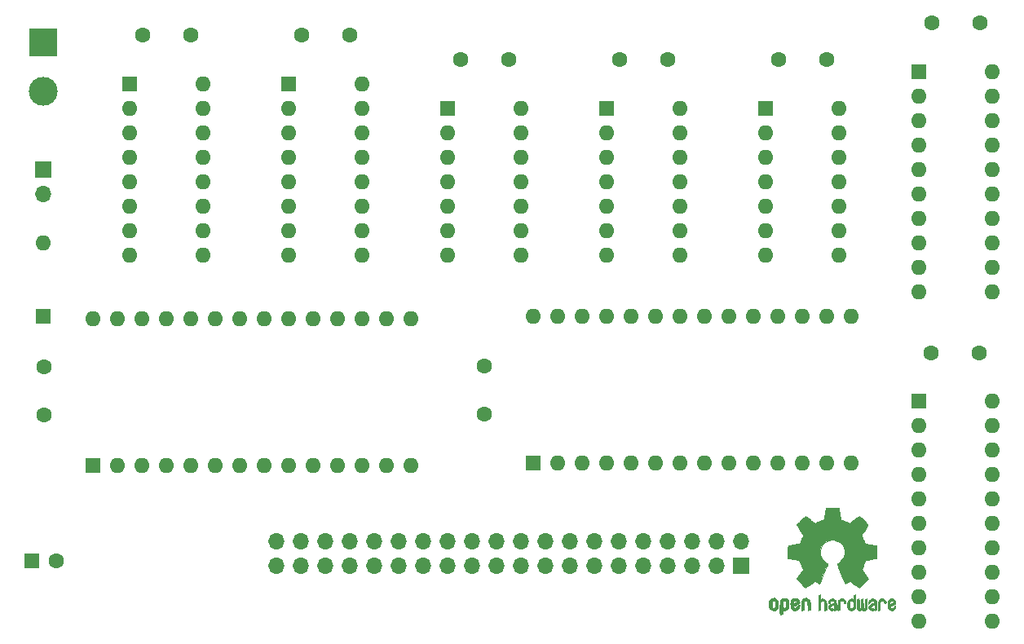
<source format=gbr>
%TF.GenerationSoftware,KiCad,Pcbnew,8.0.2*%
%TF.CreationDate,2024-05-20T09:09:19+02:00*%
%TF.ProjectId,p2000t-ram-expansion-board,70323030-3074-42d7-9261-6d2d65787061,4*%
%TF.SameCoordinates,Original*%
%TF.FileFunction,Soldermask,Top*%
%TF.FilePolarity,Negative*%
%FSLAX46Y46*%
G04 Gerber Fmt 4.6, Leading zero omitted, Abs format (unit mm)*
G04 Created by KiCad (PCBNEW 8.0.2) date 2024-05-20 09:09:19*
%MOMM*%
%LPD*%
G01*
G04 APERTURE LIST*
%ADD10C,0.010000*%
%ADD11C,1.600000*%
%ADD12R,1.600000X1.600000*%
%ADD13O,1.600000X1.600000*%
%ADD14R,1.700000X1.700000*%
%ADD15O,1.700000X1.700000*%
%ADD16C,3.000000*%
%ADD17R,3.000000X3.000000*%
G04 APERTURE END LIST*
D10*
%TO.C,LOGO1*%
X113835690Y-83940018D02*
X113870585Y-83955269D01*
X113953877Y-84021235D01*
X114025103Y-84116618D01*
X114069153Y-84218406D01*
X114076322Y-84268587D01*
X114052285Y-84338647D01*
X113999561Y-84375717D01*
X113943031Y-84398164D01*
X113917146Y-84402300D01*
X113904542Y-84372283D01*
X113879654Y-84306961D01*
X113868735Y-84277445D01*
X113807508Y-84175348D01*
X113718861Y-84124423D01*
X113605193Y-84125989D01*
X113596774Y-84127994D01*
X113536088Y-84156767D01*
X113491474Y-84212859D01*
X113461002Y-84303163D01*
X113442744Y-84434571D01*
X113434771Y-84613974D01*
X113434023Y-84709433D01*
X113433652Y-84859913D01*
X113431223Y-84962495D01*
X113424760Y-85027672D01*
X113412288Y-85065938D01*
X113391833Y-85087785D01*
X113361419Y-85103707D01*
X113359661Y-85104509D01*
X113301091Y-85129272D01*
X113272075Y-85138391D01*
X113267616Y-85110822D01*
X113263799Y-85034620D01*
X113260899Y-84919541D01*
X113259191Y-84775341D01*
X113258851Y-84669814D01*
X113260588Y-84465613D01*
X113267382Y-84310697D01*
X113281607Y-84196024D01*
X113305638Y-84112551D01*
X113341848Y-84051236D01*
X113392612Y-84003034D01*
X113442739Y-83969393D01*
X113563275Y-83924619D01*
X113703557Y-83914521D01*
X113835690Y-83940018D01*
G36*
X113835690Y-83940018D02*
G01*
X113870585Y-83955269D01*
X113953877Y-84021235D01*
X114025103Y-84116618D01*
X114069153Y-84218406D01*
X114076322Y-84268587D01*
X114052285Y-84338647D01*
X113999561Y-84375717D01*
X113943031Y-84398164D01*
X113917146Y-84402300D01*
X113904542Y-84372283D01*
X113879654Y-84306961D01*
X113868735Y-84277445D01*
X113807508Y-84175348D01*
X113718861Y-84124423D01*
X113605193Y-84125989D01*
X113596774Y-84127994D01*
X113536088Y-84156767D01*
X113491474Y-84212859D01*
X113461002Y-84303163D01*
X113442744Y-84434571D01*
X113434771Y-84613974D01*
X113434023Y-84709433D01*
X113433652Y-84859913D01*
X113431223Y-84962495D01*
X113424760Y-85027672D01*
X113412288Y-85065938D01*
X113391833Y-85087785D01*
X113361419Y-85103707D01*
X113359661Y-85104509D01*
X113301091Y-85129272D01*
X113272075Y-85138391D01*
X113267616Y-85110822D01*
X113263799Y-85034620D01*
X113260899Y-84919541D01*
X113259191Y-84775341D01*
X113258851Y-84669814D01*
X113260588Y-84465613D01*
X113267382Y-84310697D01*
X113281607Y-84196024D01*
X113305638Y-84112551D01*
X113341848Y-84051236D01*
X113392612Y-84003034D01*
X113442739Y-83969393D01*
X113563275Y-83924619D01*
X113703557Y-83914521D01*
X113835690Y-83940018D01*
G37*
X105917429Y-83877719D02*
X106011123Y-83931914D01*
X106076264Y-83985707D01*
X106123907Y-84042066D01*
X106156728Y-84110987D01*
X106177406Y-84202468D01*
X106188620Y-84326506D01*
X106193049Y-84493098D01*
X106193563Y-84612851D01*
X106193563Y-85053659D01*
X106069483Y-85109283D01*
X105945402Y-85164907D01*
X105930805Y-84682095D01*
X105924773Y-84501779D01*
X105918445Y-84370901D01*
X105910606Y-84280511D01*
X105900037Y-84221664D01*
X105885523Y-84185413D01*
X105865848Y-84162810D01*
X105859535Y-84157917D01*
X105763888Y-84119706D01*
X105667207Y-84134827D01*
X105609655Y-84174943D01*
X105586245Y-84203370D01*
X105570039Y-84240672D01*
X105559741Y-84297223D01*
X105554049Y-84383394D01*
X105551664Y-84509558D01*
X105551264Y-84641042D01*
X105551186Y-84805999D01*
X105548361Y-84922761D01*
X105538907Y-85001510D01*
X105518940Y-85052431D01*
X105484576Y-85085706D01*
X105431932Y-85111520D01*
X105361617Y-85138344D01*
X105284820Y-85167542D01*
X105293962Y-84649346D01*
X105297643Y-84462539D01*
X105301950Y-84324490D01*
X105308123Y-84225568D01*
X105317402Y-84156145D01*
X105331027Y-84106590D01*
X105350239Y-84067273D01*
X105373402Y-84032584D01*
X105485152Y-83921770D01*
X105621513Y-83857689D01*
X105769825Y-83842339D01*
X105917429Y-83877719D01*
G36*
X105917429Y-83877719D02*
G01*
X106011123Y-83931914D01*
X106076264Y-83985707D01*
X106123907Y-84042066D01*
X106156728Y-84110987D01*
X106177406Y-84202468D01*
X106188620Y-84326506D01*
X106193049Y-84493098D01*
X106193563Y-84612851D01*
X106193563Y-85053659D01*
X106069483Y-85109283D01*
X105945402Y-85164907D01*
X105930805Y-84682095D01*
X105924773Y-84501779D01*
X105918445Y-84370901D01*
X105910606Y-84280511D01*
X105900037Y-84221664D01*
X105885523Y-84185413D01*
X105865848Y-84162810D01*
X105859535Y-84157917D01*
X105763888Y-84119706D01*
X105667207Y-84134827D01*
X105609655Y-84174943D01*
X105586245Y-84203370D01*
X105570039Y-84240672D01*
X105559741Y-84297223D01*
X105554049Y-84383394D01*
X105551664Y-84509558D01*
X105551264Y-84641042D01*
X105551186Y-84805999D01*
X105548361Y-84922761D01*
X105538907Y-85001510D01*
X105518940Y-85052431D01*
X105484576Y-85085706D01*
X105431932Y-85111520D01*
X105361617Y-85138344D01*
X105284820Y-85167542D01*
X105293962Y-84649346D01*
X105297643Y-84462539D01*
X105301950Y-84324490D01*
X105308123Y-84225568D01*
X105317402Y-84156145D01*
X105331027Y-84106590D01*
X105350239Y-84067273D01*
X105373402Y-84032584D01*
X105485152Y-83921770D01*
X105621513Y-83857689D01*
X105769825Y-83842339D01*
X105917429Y-83877719D01*
G37*
X109565943Y-83921920D02*
X109698565Y-83970859D01*
X109806010Y-84057419D01*
X109848032Y-84118352D01*
X109893843Y-84230161D01*
X109892891Y-84311006D01*
X109844808Y-84365378D01*
X109827017Y-84374624D01*
X109750204Y-84403450D01*
X109710976Y-84396065D01*
X109697689Y-84347658D01*
X109697012Y-84320920D01*
X109672686Y-84222548D01*
X109609281Y-84153734D01*
X109521154Y-84120498D01*
X109422663Y-84128861D01*
X109342602Y-84172296D01*
X109315561Y-84197072D01*
X109296394Y-84227129D01*
X109283446Y-84272565D01*
X109275064Y-84343476D01*
X109269593Y-84449960D01*
X109265378Y-84602112D01*
X109264287Y-84650287D01*
X109260307Y-84815095D01*
X109255781Y-84931088D01*
X109248995Y-85007833D01*
X109238231Y-85054893D01*
X109221773Y-85081835D01*
X109197906Y-85098223D01*
X109182626Y-85105463D01*
X109117733Y-85130220D01*
X109079534Y-85138391D01*
X109066912Y-85111103D01*
X109059208Y-85028603D01*
X109056380Y-84889941D01*
X109058386Y-84694162D01*
X109059011Y-84663965D01*
X109063421Y-84485349D01*
X109068635Y-84354923D01*
X109076055Y-84262492D01*
X109087082Y-84197858D01*
X109103117Y-84150825D01*
X109125561Y-84111196D01*
X109137302Y-84094215D01*
X109204619Y-84019080D01*
X109279910Y-83960638D01*
X109289128Y-83955536D01*
X109424133Y-83915260D01*
X109565943Y-83921920D01*
G36*
X109565943Y-83921920D02*
G01*
X109698565Y-83970859D01*
X109806010Y-84057419D01*
X109848032Y-84118352D01*
X109893843Y-84230161D01*
X109892891Y-84311006D01*
X109844808Y-84365378D01*
X109827017Y-84374624D01*
X109750204Y-84403450D01*
X109710976Y-84396065D01*
X109697689Y-84347658D01*
X109697012Y-84320920D01*
X109672686Y-84222548D01*
X109609281Y-84153734D01*
X109521154Y-84120498D01*
X109422663Y-84128861D01*
X109342602Y-84172296D01*
X109315561Y-84197072D01*
X109296394Y-84227129D01*
X109283446Y-84272565D01*
X109275064Y-84343476D01*
X109269593Y-84449960D01*
X109265378Y-84602112D01*
X109264287Y-84650287D01*
X109260307Y-84815095D01*
X109255781Y-84931088D01*
X109248995Y-85007833D01*
X109238231Y-85054893D01*
X109221773Y-85081835D01*
X109197906Y-85098223D01*
X109182626Y-85105463D01*
X109117733Y-85130220D01*
X109079534Y-85138391D01*
X109066912Y-85111103D01*
X109059208Y-85028603D01*
X109056380Y-84889941D01*
X109058386Y-84694162D01*
X109059011Y-84663965D01*
X109063421Y-84485349D01*
X109068635Y-84354923D01*
X109076055Y-84262492D01*
X109087082Y-84197858D01*
X109103117Y-84150825D01*
X109125561Y-84111196D01*
X109137302Y-84094215D01*
X109204619Y-84019080D01*
X109279910Y-83960638D01*
X109289128Y-83955536D01*
X109424133Y-83915260D01*
X109565943Y-83921920D01*
G37*
X112080124Y-83939840D02*
X112084579Y-84016653D01*
X112088071Y-84133391D01*
X112090315Y-84280821D01*
X112091035Y-84435455D01*
X112091035Y-84958727D01*
X111998645Y-85051117D01*
X111934978Y-85108047D01*
X111879089Y-85131107D01*
X111802702Y-85129647D01*
X111772380Y-85125934D01*
X111677610Y-85115126D01*
X111599222Y-85108933D01*
X111580115Y-85108361D01*
X111515699Y-85112102D01*
X111423571Y-85121494D01*
X111387850Y-85125934D01*
X111300114Y-85132801D01*
X111241153Y-85117885D01*
X111182690Y-85071835D01*
X111161585Y-85051117D01*
X111069195Y-84958727D01*
X111069195Y-83979947D01*
X111143558Y-83946066D01*
X111207590Y-83920970D01*
X111245052Y-83912184D01*
X111254657Y-83939950D01*
X111263635Y-84017530D01*
X111271386Y-84136348D01*
X111277314Y-84287828D01*
X111280173Y-84415805D01*
X111288161Y-84919425D01*
X111357848Y-84929278D01*
X111421229Y-84922389D01*
X111452286Y-84900083D01*
X111460967Y-84858379D01*
X111468378Y-84769544D01*
X111473931Y-84644834D01*
X111477036Y-84495507D01*
X111477484Y-84418661D01*
X111477931Y-83976287D01*
X111569874Y-83944235D01*
X111634949Y-83922443D01*
X111670347Y-83912281D01*
X111671368Y-83912184D01*
X111674920Y-83939809D01*
X111678823Y-84016411D01*
X111682751Y-84132579D01*
X111686376Y-84278904D01*
X111688908Y-84415805D01*
X111696897Y-84919425D01*
X111872069Y-84919425D01*
X111880107Y-84459965D01*
X111888146Y-84000505D01*
X111973543Y-83956344D01*
X112036593Y-83926019D01*
X112073910Y-83912258D01*
X112074987Y-83912184D01*
X112080124Y-83939840D01*
G36*
X112080124Y-83939840D02*
G01*
X112084579Y-84016653D01*
X112088071Y-84133391D01*
X112090315Y-84280821D01*
X112091035Y-84435455D01*
X112091035Y-84958727D01*
X111998645Y-85051117D01*
X111934978Y-85108047D01*
X111879089Y-85131107D01*
X111802702Y-85129647D01*
X111772380Y-85125934D01*
X111677610Y-85115126D01*
X111599222Y-85108933D01*
X111580115Y-85108361D01*
X111515699Y-85112102D01*
X111423571Y-85121494D01*
X111387850Y-85125934D01*
X111300114Y-85132801D01*
X111241153Y-85117885D01*
X111182690Y-85071835D01*
X111161585Y-85051117D01*
X111069195Y-84958727D01*
X111069195Y-83979947D01*
X111143558Y-83946066D01*
X111207590Y-83920970D01*
X111245052Y-83912184D01*
X111254657Y-83939950D01*
X111263635Y-84017530D01*
X111271386Y-84136348D01*
X111277314Y-84287828D01*
X111280173Y-84415805D01*
X111288161Y-84919425D01*
X111357848Y-84929278D01*
X111421229Y-84922389D01*
X111452286Y-84900083D01*
X111460967Y-84858379D01*
X111468378Y-84769544D01*
X111473931Y-84644834D01*
X111477036Y-84495507D01*
X111477484Y-84418661D01*
X111477931Y-83976287D01*
X111569874Y-83944235D01*
X111634949Y-83922443D01*
X111670347Y-83912281D01*
X111671368Y-83912184D01*
X111674920Y-83939809D01*
X111678823Y-84016411D01*
X111682751Y-84132579D01*
X111686376Y-84278904D01*
X111688908Y-84415805D01*
X111696897Y-84919425D01*
X111872069Y-84919425D01*
X111880107Y-84459965D01*
X111888146Y-84000505D01*
X111973543Y-83956344D01*
X112036593Y-83926019D01*
X112073910Y-83912258D01*
X112074987Y-83912184D01*
X112080124Y-83939840D01*
G37*
X107244598Y-83723857D02*
X107253154Y-83843188D01*
X107262981Y-83913506D01*
X107276599Y-83944179D01*
X107296527Y-83944571D01*
X107302989Y-83940910D01*
X107388940Y-83914398D01*
X107500745Y-83915946D01*
X107614414Y-83943199D01*
X107685510Y-83978455D01*
X107758405Y-84034778D01*
X107811693Y-84098519D01*
X107848275Y-84179510D01*
X107871050Y-84287586D01*
X107882919Y-84432580D01*
X107886782Y-84624326D01*
X107886851Y-84661109D01*
X107886897Y-85074288D01*
X107794954Y-85106339D01*
X107729652Y-85128144D01*
X107693824Y-85138297D01*
X107692770Y-85138391D01*
X107689242Y-85110860D01*
X107686239Y-85034923D01*
X107683990Y-84920565D01*
X107682724Y-84777769D01*
X107682529Y-84690951D01*
X107682123Y-84519773D01*
X107680032Y-84397088D01*
X107674947Y-84313000D01*
X107665560Y-84257614D01*
X107650561Y-84221032D01*
X107628642Y-84193359D01*
X107614957Y-84180032D01*
X107520949Y-84126328D01*
X107418364Y-84122307D01*
X107325290Y-84167725D01*
X107308078Y-84184123D01*
X107282832Y-84214957D01*
X107265320Y-84251531D01*
X107254142Y-84304415D01*
X107247896Y-84384177D01*
X107245182Y-84501385D01*
X107244598Y-84662991D01*
X107244598Y-85074288D01*
X107152655Y-85106339D01*
X107087353Y-85128144D01*
X107051525Y-85138297D01*
X107050471Y-85138391D01*
X107047775Y-85110448D01*
X107045345Y-85031630D01*
X107043278Y-84909453D01*
X107041671Y-84751432D01*
X107040623Y-84565083D01*
X107040231Y-84357920D01*
X107040230Y-84348706D01*
X107040230Y-83559020D01*
X107135115Y-83518997D01*
X107230000Y-83478973D01*
X107244598Y-83723857D01*
G36*
X107244598Y-83723857D02*
G01*
X107253154Y-83843188D01*
X107262981Y-83913506D01*
X107276599Y-83944179D01*
X107296527Y-83944571D01*
X107302989Y-83940910D01*
X107388940Y-83914398D01*
X107500745Y-83915946D01*
X107614414Y-83943199D01*
X107685510Y-83978455D01*
X107758405Y-84034778D01*
X107811693Y-84098519D01*
X107848275Y-84179510D01*
X107871050Y-84287586D01*
X107882919Y-84432580D01*
X107886782Y-84624326D01*
X107886851Y-84661109D01*
X107886897Y-85074288D01*
X107794954Y-85106339D01*
X107729652Y-85128144D01*
X107693824Y-85138297D01*
X107692770Y-85138391D01*
X107689242Y-85110860D01*
X107686239Y-85034923D01*
X107683990Y-84920565D01*
X107682724Y-84777769D01*
X107682529Y-84690951D01*
X107682123Y-84519773D01*
X107680032Y-84397088D01*
X107674947Y-84313000D01*
X107665560Y-84257614D01*
X107650561Y-84221032D01*
X107628642Y-84193359D01*
X107614957Y-84180032D01*
X107520949Y-84126328D01*
X107418364Y-84122307D01*
X107325290Y-84167725D01*
X107308078Y-84184123D01*
X107282832Y-84214957D01*
X107265320Y-84251531D01*
X107254142Y-84304415D01*
X107247896Y-84384177D01*
X107245182Y-84501385D01*
X107244598Y-84662991D01*
X107244598Y-85074288D01*
X107152655Y-85106339D01*
X107087353Y-85128144D01*
X107051525Y-85138297D01*
X107050471Y-85138391D01*
X107047775Y-85110448D01*
X107045345Y-85031630D01*
X107043278Y-84909453D01*
X107041671Y-84751432D01*
X107040623Y-84565083D01*
X107040231Y-84357920D01*
X107040230Y-84348706D01*
X107040230Y-83559020D01*
X107135115Y-83518997D01*
X107230000Y-83478973D01*
X107244598Y-83723857D01*
G37*
X102548221Y-83866015D02*
X102685061Y-83937968D01*
X102786051Y-84053766D01*
X102821925Y-84128213D01*
X102849839Y-84239992D01*
X102864129Y-84381227D01*
X102865484Y-84535371D01*
X102854595Y-84685879D01*
X102832153Y-84816205D01*
X102798850Y-84909803D01*
X102788615Y-84925922D01*
X102667382Y-85046249D01*
X102523387Y-85118317D01*
X102367139Y-85139408D01*
X102209148Y-85106802D01*
X102165180Y-85087253D01*
X102079556Y-85027012D01*
X102004408Y-84947135D01*
X101997306Y-84937004D01*
X101968439Y-84888181D01*
X101949357Y-84835990D01*
X101938084Y-84767285D01*
X101932645Y-84668918D01*
X101931062Y-84527744D01*
X101931035Y-84496092D01*
X101931107Y-84486019D01*
X102222989Y-84486019D01*
X102224687Y-84619256D01*
X102231372Y-84707674D01*
X102245425Y-84764785D01*
X102269229Y-84804102D01*
X102281379Y-84817241D01*
X102351236Y-84867172D01*
X102419059Y-84864895D01*
X102487635Y-84821584D01*
X102528535Y-84775346D01*
X102552758Y-84707857D01*
X102566361Y-84601433D01*
X102567294Y-84589020D01*
X102569616Y-84396147D01*
X102545350Y-84252900D01*
X102494824Y-84160160D01*
X102418368Y-84118807D01*
X102391076Y-84116552D01*
X102319411Y-84127893D01*
X102270390Y-84167184D01*
X102240418Y-84242326D01*
X102225899Y-84361222D01*
X102222989Y-84486019D01*
X101931107Y-84486019D01*
X101932122Y-84345659D01*
X101936688Y-84240549D01*
X101946688Y-84167714D01*
X101964079Y-84114108D01*
X101990816Y-84066681D01*
X101996724Y-84057864D01*
X102096032Y-83939007D01*
X102204242Y-83870008D01*
X102335981Y-83842619D01*
X102380717Y-83841281D01*
X102548221Y-83866015D01*
G36*
X102548221Y-83866015D02*
G01*
X102685061Y-83937968D01*
X102786051Y-84053766D01*
X102821925Y-84128213D01*
X102849839Y-84239992D01*
X102864129Y-84381227D01*
X102865484Y-84535371D01*
X102854595Y-84685879D01*
X102832153Y-84816205D01*
X102798850Y-84909803D01*
X102788615Y-84925922D01*
X102667382Y-85046249D01*
X102523387Y-85118317D01*
X102367139Y-85139408D01*
X102209148Y-85106802D01*
X102165180Y-85087253D01*
X102079556Y-85027012D01*
X102004408Y-84947135D01*
X101997306Y-84937004D01*
X101968439Y-84888181D01*
X101949357Y-84835990D01*
X101938084Y-84767285D01*
X101932645Y-84668918D01*
X101931062Y-84527744D01*
X101931035Y-84496092D01*
X101931107Y-84486019D01*
X102222989Y-84486019D01*
X102224687Y-84619256D01*
X102231372Y-84707674D01*
X102245425Y-84764785D01*
X102269229Y-84804102D01*
X102281379Y-84817241D01*
X102351236Y-84867172D01*
X102419059Y-84864895D01*
X102487635Y-84821584D01*
X102528535Y-84775346D01*
X102552758Y-84707857D01*
X102566361Y-84601433D01*
X102567294Y-84589020D01*
X102569616Y-84396147D01*
X102545350Y-84252900D01*
X102494824Y-84160160D01*
X102418368Y-84118807D01*
X102391076Y-84116552D01*
X102319411Y-84127893D01*
X102270390Y-84167184D01*
X102240418Y-84242326D01*
X102225899Y-84361222D01*
X102222989Y-84486019D01*
X101931107Y-84486019D01*
X101932122Y-84345659D01*
X101936688Y-84240549D01*
X101946688Y-84167714D01*
X101964079Y-84114108D01*
X101990816Y-84066681D01*
X101996724Y-84057864D01*
X102096032Y-83939007D01*
X102204242Y-83870008D01*
X102335981Y-83842619D01*
X102380717Y-83841281D01*
X102548221Y-83866015D01*
G37*
X114843439Y-83956540D02*
X114958950Y-84032034D01*
X115014664Y-84099617D01*
X115058804Y-84222255D01*
X115062309Y-84319298D01*
X115054368Y-84449056D01*
X114755115Y-84580039D01*
X114609611Y-84646958D01*
X114514537Y-84700790D01*
X114465101Y-84747416D01*
X114456511Y-84792720D01*
X114483972Y-84842582D01*
X114514253Y-84875632D01*
X114602363Y-84928633D01*
X114698196Y-84932347D01*
X114786212Y-84891041D01*
X114850869Y-84808983D01*
X114862433Y-84780008D01*
X114917825Y-84689509D01*
X114981553Y-84650940D01*
X115068966Y-84617946D01*
X115068966Y-84743034D01*
X115061238Y-84828156D01*
X115030966Y-84899938D01*
X114967518Y-84982356D01*
X114958088Y-84993066D01*
X114887513Y-85066391D01*
X114826847Y-85105742D01*
X114750950Y-85123845D01*
X114688030Y-85129774D01*
X114575487Y-85131251D01*
X114495370Y-85112535D01*
X114445390Y-85084747D01*
X114366838Y-85023641D01*
X114312463Y-84957554D01*
X114278052Y-84874441D01*
X114259388Y-84762254D01*
X114252256Y-84608946D01*
X114251687Y-84531136D01*
X114253622Y-84437853D01*
X114429899Y-84437853D01*
X114431944Y-84487896D01*
X114437039Y-84496092D01*
X114470666Y-84484958D01*
X114543030Y-84455493D01*
X114639747Y-84413601D01*
X114659973Y-84404597D01*
X114782203Y-84342442D01*
X114849547Y-84287815D01*
X114864348Y-84236649D01*
X114828947Y-84184876D01*
X114799711Y-84162000D01*
X114694216Y-84116250D01*
X114595476Y-84123808D01*
X114512812Y-84179651D01*
X114455548Y-84278753D01*
X114437188Y-84357414D01*
X114429899Y-84437853D01*
X114253622Y-84437853D01*
X114255459Y-84349351D01*
X114269359Y-84214853D01*
X114296894Y-84116916D01*
X114341572Y-84044811D01*
X114406901Y-83987813D01*
X114435383Y-83969393D01*
X114564763Y-83921422D01*
X114706412Y-83918403D01*
X114843439Y-83956540D01*
G36*
X114843439Y-83956540D02*
G01*
X114958950Y-84032034D01*
X115014664Y-84099617D01*
X115058804Y-84222255D01*
X115062309Y-84319298D01*
X115054368Y-84449056D01*
X114755115Y-84580039D01*
X114609611Y-84646958D01*
X114514537Y-84700790D01*
X114465101Y-84747416D01*
X114456511Y-84792720D01*
X114483972Y-84842582D01*
X114514253Y-84875632D01*
X114602363Y-84928633D01*
X114698196Y-84932347D01*
X114786212Y-84891041D01*
X114850869Y-84808983D01*
X114862433Y-84780008D01*
X114917825Y-84689509D01*
X114981553Y-84650940D01*
X115068966Y-84617946D01*
X115068966Y-84743034D01*
X115061238Y-84828156D01*
X115030966Y-84899938D01*
X114967518Y-84982356D01*
X114958088Y-84993066D01*
X114887513Y-85066391D01*
X114826847Y-85105742D01*
X114750950Y-85123845D01*
X114688030Y-85129774D01*
X114575487Y-85131251D01*
X114495370Y-85112535D01*
X114445390Y-85084747D01*
X114366838Y-85023641D01*
X114312463Y-84957554D01*
X114278052Y-84874441D01*
X114259388Y-84762254D01*
X114252256Y-84608946D01*
X114251687Y-84531136D01*
X114253622Y-84437853D01*
X114429899Y-84437853D01*
X114431944Y-84487896D01*
X114437039Y-84496092D01*
X114470666Y-84484958D01*
X114543030Y-84455493D01*
X114639747Y-84413601D01*
X114659973Y-84404597D01*
X114782203Y-84342442D01*
X114849547Y-84287815D01*
X114864348Y-84236649D01*
X114828947Y-84184876D01*
X114799711Y-84162000D01*
X114694216Y-84116250D01*
X114595476Y-84123808D01*
X114512812Y-84179651D01*
X114455548Y-84278753D01*
X114437188Y-84357414D01*
X114429899Y-84437853D01*
X114253622Y-84437853D01*
X114255459Y-84349351D01*
X114269359Y-84214853D01*
X114296894Y-84116916D01*
X114341572Y-84044811D01*
X114406901Y-83987813D01*
X114435383Y-83969393D01*
X114564763Y-83921422D01*
X114706412Y-83918403D01*
X114843439Y-83956540D01*
G37*
X110893914Y-84154455D02*
X110893543Y-84372661D01*
X110892108Y-84540519D01*
X110889002Y-84666070D01*
X110883622Y-84757355D01*
X110875362Y-84822415D01*
X110863616Y-84869291D01*
X110847781Y-84906024D01*
X110835790Y-84926991D01*
X110736490Y-85040694D01*
X110610588Y-85111965D01*
X110471291Y-85137538D01*
X110331805Y-85114150D01*
X110248743Y-85072119D01*
X110161545Y-84999411D01*
X110102117Y-84910612D01*
X110066261Y-84794320D01*
X110049781Y-84639135D01*
X110047447Y-84525287D01*
X110047761Y-84517106D01*
X110251724Y-84517106D01*
X110252970Y-84647657D01*
X110258678Y-84734080D01*
X110271804Y-84790618D01*
X110295306Y-84831514D01*
X110323386Y-84862362D01*
X110417688Y-84921905D01*
X110518940Y-84926992D01*
X110614636Y-84877279D01*
X110622084Y-84870543D01*
X110653874Y-84835502D01*
X110673808Y-84793811D01*
X110684600Y-84731762D01*
X110688965Y-84635644D01*
X110689655Y-84529379D01*
X110688159Y-84395880D01*
X110681964Y-84306822D01*
X110668514Y-84248293D01*
X110645251Y-84206382D01*
X110626175Y-84184123D01*
X110537563Y-84127985D01*
X110435508Y-84121235D01*
X110338095Y-84164114D01*
X110319296Y-84180032D01*
X110287293Y-84215382D01*
X110267318Y-84257502D01*
X110256593Y-84320251D01*
X110252339Y-84417487D01*
X110251724Y-84517106D01*
X110047761Y-84517106D01*
X110054504Y-84341947D01*
X110078472Y-84204195D01*
X110123548Y-84100632D01*
X110193928Y-84019856D01*
X110248743Y-83978455D01*
X110348376Y-83933728D01*
X110463855Y-83912967D01*
X110571199Y-83918525D01*
X110631264Y-83940943D01*
X110654835Y-83947323D01*
X110670477Y-83923535D01*
X110681395Y-83859788D01*
X110689655Y-83762687D01*
X110698699Y-83654541D01*
X110711261Y-83589475D01*
X110734119Y-83552268D01*
X110774051Y-83527699D01*
X110799138Y-83516819D01*
X110894023Y-83477072D01*
X110893914Y-84154455D01*
G36*
X110893914Y-84154455D02*
G01*
X110893543Y-84372661D01*
X110892108Y-84540519D01*
X110889002Y-84666070D01*
X110883622Y-84757355D01*
X110875362Y-84822415D01*
X110863616Y-84869291D01*
X110847781Y-84906024D01*
X110835790Y-84926991D01*
X110736490Y-85040694D01*
X110610588Y-85111965D01*
X110471291Y-85137538D01*
X110331805Y-85114150D01*
X110248743Y-85072119D01*
X110161545Y-84999411D01*
X110102117Y-84910612D01*
X110066261Y-84794320D01*
X110049781Y-84639135D01*
X110047447Y-84525287D01*
X110047761Y-84517106D01*
X110251724Y-84517106D01*
X110252970Y-84647657D01*
X110258678Y-84734080D01*
X110271804Y-84790618D01*
X110295306Y-84831514D01*
X110323386Y-84862362D01*
X110417688Y-84921905D01*
X110518940Y-84926992D01*
X110614636Y-84877279D01*
X110622084Y-84870543D01*
X110653874Y-84835502D01*
X110673808Y-84793811D01*
X110684600Y-84731762D01*
X110688965Y-84635644D01*
X110689655Y-84529379D01*
X110688159Y-84395880D01*
X110681964Y-84306822D01*
X110668514Y-84248293D01*
X110645251Y-84206382D01*
X110626175Y-84184123D01*
X110537563Y-84127985D01*
X110435508Y-84121235D01*
X110338095Y-84164114D01*
X110319296Y-84180032D01*
X110287293Y-84215382D01*
X110267318Y-84257502D01*
X110256593Y-84320251D01*
X110252339Y-84417487D01*
X110251724Y-84517106D01*
X110047761Y-84517106D01*
X110054504Y-84341947D01*
X110078472Y-84204195D01*
X110123548Y-84100632D01*
X110193928Y-84019856D01*
X110248743Y-83978455D01*
X110348376Y-83933728D01*
X110463855Y-83912967D01*
X110571199Y-83918525D01*
X110631264Y-83940943D01*
X110654835Y-83947323D01*
X110670477Y-83923535D01*
X110681395Y-83859788D01*
X110689655Y-83762687D01*
X110698699Y-83654541D01*
X110711261Y-83589475D01*
X110734119Y-83552268D01*
X110774051Y-83527699D01*
X110799138Y-83516819D01*
X110894023Y-83477072D01*
X110893914Y-84154455D01*
G37*
X104815552Y-83884676D02*
X104930658Y-83962111D01*
X105019611Y-84073949D01*
X105072749Y-84216265D01*
X105083497Y-84321015D01*
X105082276Y-84364726D01*
X105072056Y-84398194D01*
X105043961Y-84428179D01*
X104989116Y-84461440D01*
X104898645Y-84504738D01*
X104763672Y-84564833D01*
X104762989Y-84565134D01*
X104638751Y-84622037D01*
X104536873Y-84672565D01*
X104467767Y-84711280D01*
X104441846Y-84732740D01*
X104441839Y-84732913D01*
X104464685Y-84779644D01*
X104518109Y-84831154D01*
X104579442Y-84868261D01*
X104610515Y-84875632D01*
X104695289Y-84850138D01*
X104768293Y-84786291D01*
X104803913Y-84716094D01*
X104838180Y-84664343D01*
X104905303Y-84605409D01*
X104984208Y-84554496D01*
X105053821Y-84526809D01*
X105068377Y-84525287D01*
X105084763Y-84550321D01*
X105085750Y-84614311D01*
X105073708Y-84700593D01*
X105051007Y-84792501D01*
X105020014Y-84873369D01*
X105018448Y-84876509D01*
X104925181Y-85006734D01*
X104804304Y-85095311D01*
X104667027Y-85138786D01*
X104524560Y-85133706D01*
X104388112Y-85076616D01*
X104382045Y-85072602D01*
X104274710Y-84975326D01*
X104204132Y-84848409D01*
X104165074Y-84681526D01*
X104159832Y-84634639D01*
X104150548Y-84413329D01*
X104161678Y-84310124D01*
X104441839Y-84310124D01*
X104445479Y-84374503D01*
X104465389Y-84393291D01*
X104515026Y-84379235D01*
X104593267Y-84346009D01*
X104680726Y-84304359D01*
X104682899Y-84303256D01*
X104757030Y-84264265D01*
X104786781Y-84238244D01*
X104779445Y-84210965D01*
X104748553Y-84175121D01*
X104669960Y-84123251D01*
X104585323Y-84119439D01*
X104509403Y-84157189D01*
X104456965Y-84230001D01*
X104441839Y-84310124D01*
X104161678Y-84310124D01*
X104169644Y-84236261D01*
X104218634Y-84095829D01*
X104286836Y-83997447D01*
X104409935Y-83898030D01*
X104545528Y-83848711D01*
X104683955Y-83845568D01*
X104815552Y-83884676D01*
G36*
X104815552Y-83884676D02*
G01*
X104930658Y-83962111D01*
X105019611Y-84073949D01*
X105072749Y-84216265D01*
X105083497Y-84321015D01*
X105082276Y-84364726D01*
X105072056Y-84398194D01*
X105043961Y-84428179D01*
X104989116Y-84461440D01*
X104898645Y-84504738D01*
X104763672Y-84564833D01*
X104762989Y-84565134D01*
X104638751Y-84622037D01*
X104536873Y-84672565D01*
X104467767Y-84711280D01*
X104441846Y-84732740D01*
X104441839Y-84732913D01*
X104464685Y-84779644D01*
X104518109Y-84831154D01*
X104579442Y-84868261D01*
X104610515Y-84875632D01*
X104695289Y-84850138D01*
X104768293Y-84786291D01*
X104803913Y-84716094D01*
X104838180Y-84664343D01*
X104905303Y-84605409D01*
X104984208Y-84554496D01*
X105053821Y-84526809D01*
X105068377Y-84525287D01*
X105084763Y-84550321D01*
X105085750Y-84614311D01*
X105073708Y-84700593D01*
X105051007Y-84792501D01*
X105020014Y-84873369D01*
X105018448Y-84876509D01*
X104925181Y-85006734D01*
X104804304Y-85095311D01*
X104667027Y-85138786D01*
X104524560Y-85133706D01*
X104388112Y-85076616D01*
X104382045Y-85072602D01*
X104274710Y-84975326D01*
X104204132Y-84848409D01*
X104165074Y-84681526D01*
X104159832Y-84634639D01*
X104150548Y-84413329D01*
X104161678Y-84310124D01*
X104441839Y-84310124D01*
X104445479Y-84374503D01*
X104465389Y-84393291D01*
X104515026Y-84379235D01*
X104593267Y-84346009D01*
X104680726Y-84304359D01*
X104682899Y-84303256D01*
X104757030Y-84264265D01*
X104786781Y-84238244D01*
X104779445Y-84210965D01*
X104748553Y-84175121D01*
X104669960Y-84123251D01*
X104585323Y-84119439D01*
X104509403Y-84157189D01*
X104456965Y-84230001D01*
X104441839Y-84310124D01*
X104161678Y-84310124D01*
X104169644Y-84236261D01*
X104218634Y-84095829D01*
X104286836Y-83997447D01*
X104409935Y-83898030D01*
X104545528Y-83848711D01*
X104683955Y-83845568D01*
X104815552Y-83884676D01*
G37*
X108579944Y-83924360D02*
X108694343Y-83966842D01*
X108695652Y-83967658D01*
X108766403Y-84019730D01*
X108818636Y-84080584D01*
X108855371Y-84159887D01*
X108879634Y-84267309D01*
X108894445Y-84412517D01*
X108902829Y-84605179D01*
X108903564Y-84632628D01*
X108914120Y-85046521D01*
X108825291Y-85092456D01*
X108761018Y-85123498D01*
X108722210Y-85138206D01*
X108720415Y-85138391D01*
X108713700Y-85111250D01*
X108708365Y-85038041D01*
X108705083Y-84931081D01*
X108704368Y-84844469D01*
X108704351Y-84704162D01*
X108697937Y-84616051D01*
X108675580Y-84574025D01*
X108627732Y-84571975D01*
X108544849Y-84603790D01*
X108419713Y-84662272D01*
X108327697Y-84710845D01*
X108280371Y-84752986D01*
X108266458Y-84798916D01*
X108266437Y-84801189D01*
X108289395Y-84880311D01*
X108357370Y-84923055D01*
X108461398Y-84929246D01*
X108536330Y-84928172D01*
X108575839Y-84949753D01*
X108600478Y-85001591D01*
X108614659Y-85067632D01*
X108594223Y-85105104D01*
X108586528Y-85110467D01*
X108514083Y-85132006D01*
X108412633Y-85135055D01*
X108308157Y-85120778D01*
X108234125Y-85094688D01*
X108131772Y-85007785D01*
X108073591Y-84886816D01*
X108062069Y-84792308D01*
X108070862Y-84707062D01*
X108102680Y-84637476D01*
X108165684Y-84575672D01*
X108268031Y-84513772D01*
X108417882Y-84443897D01*
X108427012Y-84439948D01*
X108561997Y-84377588D01*
X108645294Y-84326446D01*
X108680997Y-84280488D01*
X108673203Y-84233683D01*
X108626007Y-84179998D01*
X108611894Y-84167644D01*
X108517359Y-84119741D01*
X108419406Y-84121758D01*
X108334097Y-84168724D01*
X108277496Y-84255669D01*
X108272237Y-84272734D01*
X108221023Y-84355504D01*
X108156037Y-84395372D01*
X108062069Y-84434882D01*
X108062069Y-84332658D01*
X108090653Y-84184072D01*
X108175495Y-84047784D01*
X108219645Y-84002191D01*
X108320005Y-83943674D01*
X108447635Y-83917184D01*
X108579944Y-83924360D01*
G36*
X108579944Y-83924360D02*
G01*
X108694343Y-83966842D01*
X108695652Y-83967658D01*
X108766403Y-84019730D01*
X108818636Y-84080584D01*
X108855371Y-84159887D01*
X108879634Y-84267309D01*
X108894445Y-84412517D01*
X108902829Y-84605179D01*
X108903564Y-84632628D01*
X108914120Y-85046521D01*
X108825291Y-85092456D01*
X108761018Y-85123498D01*
X108722210Y-85138206D01*
X108720415Y-85138391D01*
X108713700Y-85111250D01*
X108708365Y-85038041D01*
X108705083Y-84931081D01*
X108704368Y-84844469D01*
X108704351Y-84704162D01*
X108697937Y-84616051D01*
X108675580Y-84574025D01*
X108627732Y-84571975D01*
X108544849Y-84603790D01*
X108419713Y-84662272D01*
X108327697Y-84710845D01*
X108280371Y-84752986D01*
X108266458Y-84798916D01*
X108266437Y-84801189D01*
X108289395Y-84880311D01*
X108357370Y-84923055D01*
X108461398Y-84929246D01*
X108536330Y-84928172D01*
X108575839Y-84949753D01*
X108600478Y-85001591D01*
X108614659Y-85067632D01*
X108594223Y-85105104D01*
X108586528Y-85110467D01*
X108514083Y-85132006D01*
X108412633Y-85135055D01*
X108308157Y-85120778D01*
X108234125Y-85094688D01*
X108131772Y-85007785D01*
X108073591Y-84886816D01*
X108062069Y-84792308D01*
X108070862Y-84707062D01*
X108102680Y-84637476D01*
X108165684Y-84575672D01*
X108268031Y-84513772D01*
X108417882Y-84443897D01*
X108427012Y-84439948D01*
X108561997Y-84377588D01*
X108645294Y-84326446D01*
X108680997Y-84280488D01*
X108673203Y-84233683D01*
X108626007Y-84179998D01*
X108611894Y-84167644D01*
X108517359Y-84119741D01*
X108419406Y-84121758D01*
X108334097Y-84168724D01*
X108277496Y-84255669D01*
X108272237Y-84272734D01*
X108221023Y-84355504D01*
X108156037Y-84395372D01*
X108062069Y-84434882D01*
X108062069Y-84332658D01*
X108090653Y-84184072D01*
X108175495Y-84047784D01*
X108219645Y-84002191D01*
X108320005Y-83943674D01*
X108447635Y-83917184D01*
X108579944Y-83924360D01*
G37*
X103671900Y-83861903D02*
X103783450Y-83917522D01*
X103881908Y-84019931D01*
X103909023Y-84057864D01*
X103938562Y-84107500D01*
X103957728Y-84161412D01*
X103968693Y-84233364D01*
X103973629Y-84337122D01*
X103974713Y-84474101D01*
X103969818Y-84661815D01*
X103952804Y-84802758D01*
X103920177Y-84907908D01*
X103868442Y-84988243D01*
X103794104Y-85054741D01*
X103788642Y-85058678D01*
X103715380Y-85098953D01*
X103627160Y-85118880D01*
X103514962Y-85123793D01*
X103332567Y-85123793D01*
X103332491Y-85300857D01*
X103330793Y-85399470D01*
X103320450Y-85457314D01*
X103293422Y-85492006D01*
X103241668Y-85521164D01*
X103229239Y-85527121D01*
X103171077Y-85555039D01*
X103126044Y-85572672D01*
X103092559Y-85574194D01*
X103069038Y-85553781D01*
X103053900Y-85505607D01*
X103045563Y-85423846D01*
X103042444Y-85302672D01*
X103042960Y-85136260D01*
X103045529Y-84918785D01*
X103046332Y-84853736D01*
X103049222Y-84629502D01*
X103051812Y-84482821D01*
X103332414Y-84482821D01*
X103333991Y-84607326D01*
X103341000Y-84688787D01*
X103356858Y-84742515D01*
X103384981Y-84783823D01*
X103404075Y-84803971D01*
X103482135Y-84862921D01*
X103551247Y-84867720D01*
X103622560Y-84819038D01*
X103624368Y-84817241D01*
X103653383Y-84779618D01*
X103671033Y-84728484D01*
X103679936Y-84649738D01*
X103682709Y-84529276D01*
X103682759Y-84502588D01*
X103676058Y-84336583D01*
X103654248Y-84221505D01*
X103614765Y-84151254D01*
X103555044Y-84119729D01*
X103520528Y-84116552D01*
X103438611Y-84131460D01*
X103382421Y-84180548D01*
X103348598Y-84270362D01*
X103333780Y-84407445D01*
X103332414Y-84482821D01*
X103051812Y-84482821D01*
X103052287Y-84455952D01*
X103056247Y-84325382D01*
X103061826Y-84230087D01*
X103069746Y-84162364D01*
X103080731Y-84114507D01*
X103095501Y-84078813D01*
X103114782Y-84047578D01*
X103123049Y-84035824D01*
X103232712Y-83924797D01*
X103371365Y-83861847D01*
X103531754Y-83844297D01*
X103671900Y-83861903D01*
G36*
X103671900Y-83861903D02*
G01*
X103783450Y-83917522D01*
X103881908Y-84019931D01*
X103909023Y-84057864D01*
X103938562Y-84107500D01*
X103957728Y-84161412D01*
X103968693Y-84233364D01*
X103973629Y-84337122D01*
X103974713Y-84474101D01*
X103969818Y-84661815D01*
X103952804Y-84802758D01*
X103920177Y-84907908D01*
X103868442Y-84988243D01*
X103794104Y-85054741D01*
X103788642Y-85058678D01*
X103715380Y-85098953D01*
X103627160Y-85118880D01*
X103514962Y-85123793D01*
X103332567Y-85123793D01*
X103332491Y-85300857D01*
X103330793Y-85399470D01*
X103320450Y-85457314D01*
X103293422Y-85492006D01*
X103241668Y-85521164D01*
X103229239Y-85527121D01*
X103171077Y-85555039D01*
X103126044Y-85572672D01*
X103092559Y-85574194D01*
X103069038Y-85553781D01*
X103053900Y-85505607D01*
X103045563Y-85423846D01*
X103042444Y-85302672D01*
X103042960Y-85136260D01*
X103045529Y-84918785D01*
X103046332Y-84853736D01*
X103049222Y-84629502D01*
X103051812Y-84482821D01*
X103332414Y-84482821D01*
X103333991Y-84607326D01*
X103341000Y-84688787D01*
X103356858Y-84742515D01*
X103384981Y-84783823D01*
X103404075Y-84803971D01*
X103482135Y-84862921D01*
X103551247Y-84867720D01*
X103622560Y-84819038D01*
X103624368Y-84817241D01*
X103653383Y-84779618D01*
X103671033Y-84728484D01*
X103679936Y-84649738D01*
X103682709Y-84529276D01*
X103682759Y-84502588D01*
X103676058Y-84336583D01*
X103654248Y-84221505D01*
X103614765Y-84151254D01*
X103555044Y-84119729D01*
X103520528Y-84116552D01*
X103438611Y-84131460D01*
X103382421Y-84180548D01*
X103348598Y-84270362D01*
X103333780Y-84407445D01*
X103332414Y-84482821D01*
X103051812Y-84482821D01*
X103052287Y-84455952D01*
X103056247Y-84325382D01*
X103061826Y-84230087D01*
X103069746Y-84162364D01*
X103080731Y-84114507D01*
X103095501Y-84078813D01*
X103114782Y-84047578D01*
X103123049Y-84035824D01*
X103232712Y-83924797D01*
X103371365Y-83861847D01*
X103531754Y-83844297D01*
X103671900Y-83861903D01*
G37*
X112814406Y-83935156D02*
X112898469Y-83973393D01*
X112964450Y-84019726D01*
X113012794Y-84071532D01*
X113046172Y-84138363D01*
X113067253Y-84229769D01*
X113078707Y-84355301D01*
X113083203Y-84524508D01*
X113083678Y-84635933D01*
X113083678Y-85070627D01*
X113009316Y-85104509D01*
X112950746Y-85129272D01*
X112921730Y-85138391D01*
X112916179Y-85111257D01*
X112911775Y-85038094D01*
X112909078Y-84931263D01*
X112908506Y-84846437D01*
X112906046Y-84723887D01*
X112899412Y-84626668D01*
X112889726Y-84567134D01*
X112882032Y-84554483D01*
X112830311Y-84567402D01*
X112749117Y-84600539D01*
X112655102Y-84645461D01*
X112564917Y-84693735D01*
X112495215Y-84736928D01*
X112462648Y-84766608D01*
X112462519Y-84766929D01*
X112465320Y-84821857D01*
X112490439Y-84874292D01*
X112534541Y-84916881D01*
X112598909Y-84931126D01*
X112653921Y-84929466D01*
X112731835Y-84928245D01*
X112772732Y-84946498D01*
X112797295Y-84994726D01*
X112800392Y-85003820D01*
X112811040Y-85072598D01*
X112782565Y-85114360D01*
X112708344Y-85134263D01*
X112628168Y-85137944D01*
X112483890Y-85110658D01*
X112409203Y-85071690D01*
X112316963Y-84980148D01*
X112268043Y-84867782D01*
X112263654Y-84749051D01*
X112305001Y-84638411D01*
X112367197Y-84569080D01*
X112429294Y-84530265D01*
X112526895Y-84481125D01*
X112640632Y-84431292D01*
X112659590Y-84423677D01*
X112784521Y-84368545D01*
X112856539Y-84319954D01*
X112879700Y-84271647D01*
X112858064Y-84217370D01*
X112820920Y-84174943D01*
X112733127Y-84122702D01*
X112636530Y-84118784D01*
X112547944Y-84159041D01*
X112484186Y-84239326D01*
X112475817Y-84260040D01*
X112427096Y-84336225D01*
X112355965Y-84392785D01*
X112266207Y-84439201D01*
X112266207Y-84307584D01*
X112271490Y-84227168D01*
X112294142Y-84163786D01*
X112344367Y-84096163D01*
X112392582Y-84044076D01*
X112467554Y-83970322D01*
X112525806Y-83930702D01*
X112588372Y-83914810D01*
X112659193Y-83912184D01*
X112814406Y-83935156D01*
G36*
X112814406Y-83935156D02*
G01*
X112898469Y-83973393D01*
X112964450Y-84019726D01*
X113012794Y-84071532D01*
X113046172Y-84138363D01*
X113067253Y-84229769D01*
X113078707Y-84355301D01*
X113083203Y-84524508D01*
X113083678Y-84635933D01*
X113083678Y-85070627D01*
X113009316Y-85104509D01*
X112950746Y-85129272D01*
X112921730Y-85138391D01*
X112916179Y-85111257D01*
X112911775Y-85038094D01*
X112909078Y-84931263D01*
X112908506Y-84846437D01*
X112906046Y-84723887D01*
X112899412Y-84626668D01*
X112889726Y-84567134D01*
X112882032Y-84554483D01*
X112830311Y-84567402D01*
X112749117Y-84600539D01*
X112655102Y-84645461D01*
X112564917Y-84693735D01*
X112495215Y-84736928D01*
X112462648Y-84766608D01*
X112462519Y-84766929D01*
X112465320Y-84821857D01*
X112490439Y-84874292D01*
X112534541Y-84916881D01*
X112598909Y-84931126D01*
X112653921Y-84929466D01*
X112731835Y-84928245D01*
X112772732Y-84946498D01*
X112797295Y-84994726D01*
X112800392Y-85003820D01*
X112811040Y-85072598D01*
X112782565Y-85114360D01*
X112708344Y-85134263D01*
X112628168Y-85137944D01*
X112483890Y-85110658D01*
X112409203Y-85071690D01*
X112316963Y-84980148D01*
X112268043Y-84867782D01*
X112263654Y-84749051D01*
X112305001Y-84638411D01*
X112367197Y-84569080D01*
X112429294Y-84530265D01*
X112526895Y-84481125D01*
X112640632Y-84431292D01*
X112659590Y-84423677D01*
X112784521Y-84368545D01*
X112856539Y-84319954D01*
X112879700Y-84271647D01*
X112858064Y-84217370D01*
X112820920Y-84174943D01*
X112733127Y-84122702D01*
X112636530Y-84118784D01*
X112547944Y-84159041D01*
X112484186Y-84239326D01*
X112475817Y-84260040D01*
X112427096Y-84336225D01*
X112355965Y-84392785D01*
X112266207Y-84439201D01*
X112266207Y-84307584D01*
X112271490Y-84227168D01*
X112294142Y-84163786D01*
X112344367Y-84096163D01*
X112392582Y-84044076D01*
X112467554Y-83970322D01*
X112525806Y-83930702D01*
X112588372Y-83914810D01*
X112659193Y-83912184D01*
X112814406Y-83935156D01*
G37*
X108709014Y-74452998D02*
X108867006Y-74453863D01*
X108981347Y-74456205D01*
X109059407Y-74460762D01*
X109108554Y-74468270D01*
X109136159Y-74479466D01*
X109149592Y-74495088D01*
X109156221Y-74515873D01*
X109156865Y-74518563D01*
X109166935Y-74567113D01*
X109185575Y-74662905D01*
X109210845Y-74795743D01*
X109240807Y-74955431D01*
X109273522Y-75131774D01*
X109274664Y-75137967D01*
X109307433Y-75310782D01*
X109338093Y-75463469D01*
X109364664Y-75586871D01*
X109385167Y-75671831D01*
X109397626Y-75709190D01*
X109398220Y-75709852D01*
X109434919Y-75728095D01*
X109510586Y-75758497D01*
X109608878Y-75794493D01*
X109609425Y-75794685D01*
X109733233Y-75841222D01*
X109879196Y-75900504D01*
X110016781Y-75960109D01*
X110023293Y-75963056D01*
X110247390Y-76064765D01*
X110743619Y-75725897D01*
X110895846Y-75622592D01*
X111033741Y-75530237D01*
X111149315Y-75454084D01*
X111234579Y-75399385D01*
X111281544Y-75371393D01*
X111286004Y-75369317D01*
X111320134Y-75378560D01*
X111383881Y-75423156D01*
X111479731Y-75505209D01*
X111610169Y-75626821D01*
X111743328Y-75756205D01*
X111871694Y-75883702D01*
X111986581Y-76000046D01*
X112081073Y-76098052D01*
X112148253Y-76170536D01*
X112181206Y-76210313D01*
X112182432Y-76212361D01*
X112186074Y-76239656D01*
X112172350Y-76284234D01*
X112137869Y-76352112D01*
X112079239Y-76449311D01*
X111993070Y-76581851D01*
X111878200Y-76752476D01*
X111776254Y-76902655D01*
X111685123Y-77037350D01*
X111610073Y-77148740D01*
X111556369Y-77229005D01*
X111529280Y-77270325D01*
X111527574Y-77273130D01*
X111530882Y-77312721D01*
X111555953Y-77389669D01*
X111597798Y-77489432D01*
X111612712Y-77521291D01*
X111677786Y-77663226D01*
X111747212Y-77824273D01*
X111803609Y-77963621D01*
X111844247Y-78067044D01*
X111876526Y-78145642D01*
X111895178Y-78186720D01*
X111897497Y-78189885D01*
X111931803Y-78195128D01*
X112012669Y-78209494D01*
X112129343Y-78230937D01*
X112271075Y-78257413D01*
X112427110Y-78286877D01*
X112586698Y-78317283D01*
X112739085Y-78346588D01*
X112873521Y-78372745D01*
X112979252Y-78393710D01*
X113045526Y-78407439D01*
X113061782Y-78411320D01*
X113078573Y-78420900D01*
X113091249Y-78442536D01*
X113100378Y-78483531D01*
X113106531Y-78551189D01*
X113110280Y-78652812D01*
X113112192Y-78795703D01*
X113112840Y-78987165D01*
X113112874Y-79065645D01*
X113112874Y-79703906D01*
X112959598Y-79734160D01*
X112874322Y-79750564D01*
X112747070Y-79774509D01*
X112593315Y-79803107D01*
X112428534Y-79833467D01*
X112382989Y-79841806D01*
X112230932Y-79871370D01*
X112098468Y-79900442D01*
X111996714Y-79926329D01*
X111936788Y-79946337D01*
X111926805Y-79952301D01*
X111902293Y-79994534D01*
X111867148Y-80076370D01*
X111828173Y-80181683D01*
X111820442Y-80204368D01*
X111769360Y-80345018D01*
X111705954Y-80503714D01*
X111643904Y-80646225D01*
X111643598Y-80646886D01*
X111540267Y-80870440D01*
X112219961Y-81870232D01*
X111783621Y-82307300D01*
X111651649Y-82437381D01*
X111531279Y-82552048D01*
X111429273Y-82645181D01*
X111352391Y-82710658D01*
X111307393Y-82742357D01*
X111300938Y-82744368D01*
X111263040Y-82728529D01*
X111185708Y-82684496D01*
X111077389Y-82617490D01*
X110946532Y-82532734D01*
X110805052Y-82437816D01*
X110661461Y-82340998D01*
X110533435Y-82256751D01*
X110429105Y-82190258D01*
X110356600Y-82146702D01*
X110324158Y-82131264D01*
X110284576Y-82144328D01*
X110209519Y-82178750D01*
X110114468Y-82227380D01*
X110104392Y-82232785D01*
X109976391Y-82296980D01*
X109888618Y-82328463D01*
X109834028Y-82328798D01*
X109805575Y-82299548D01*
X109805410Y-82299138D01*
X109791188Y-82264498D01*
X109757269Y-82182269D01*
X109706284Y-82058814D01*
X109640862Y-81900498D01*
X109563634Y-81713686D01*
X109477229Y-81504742D01*
X109393551Y-81302446D01*
X109301588Y-81079200D01*
X109217150Y-80872392D01*
X109142769Y-80688362D01*
X109080974Y-80533451D01*
X109034297Y-80413996D01*
X109005268Y-80336339D01*
X108996322Y-80307356D01*
X109018756Y-80274110D01*
X109077439Y-80221123D01*
X109155689Y-80162704D01*
X109378534Y-79977952D01*
X109552718Y-79766182D01*
X109676154Y-79531856D01*
X109746754Y-79279434D01*
X109762431Y-79013377D01*
X109751036Y-78890575D01*
X109688950Y-78635793D01*
X109582023Y-78410801D01*
X109436889Y-78217817D01*
X109260178Y-78059061D01*
X109058522Y-77936750D01*
X108838554Y-77853105D01*
X108606906Y-77810344D01*
X108370209Y-77810687D01*
X108135095Y-77856352D01*
X107908196Y-77949559D01*
X107696144Y-78092527D01*
X107607636Y-78173383D01*
X107437889Y-78381007D01*
X107319699Y-78607895D01*
X107252278Y-78847433D01*
X107234840Y-79093007D01*
X107266598Y-79338003D01*
X107346765Y-79575808D01*
X107474555Y-79799807D01*
X107649180Y-80003387D01*
X107844312Y-80162704D01*
X107925591Y-80223602D01*
X107983009Y-80276015D01*
X108003678Y-80307406D01*
X107992856Y-80341639D01*
X107962077Y-80423419D01*
X107913874Y-80546407D01*
X107850778Y-80704263D01*
X107775322Y-80890649D01*
X107690038Y-81099226D01*
X107606219Y-81302496D01*
X107513745Y-81525933D01*
X107428089Y-81732984D01*
X107351882Y-81917286D01*
X107287753Y-82072475D01*
X107238332Y-82192188D01*
X107206248Y-82270061D01*
X107194359Y-82299138D01*
X107166274Y-82328677D01*
X107111949Y-82328591D01*
X107024395Y-82297326D01*
X106896619Y-82233329D01*
X106895608Y-82232785D01*
X106799402Y-82183121D01*
X106721631Y-82146945D01*
X106677777Y-82131408D01*
X106675842Y-82131264D01*
X106642829Y-82147024D01*
X106569946Y-82190850D01*
X106465322Y-82257557D01*
X106337090Y-82341964D01*
X106194948Y-82437816D01*
X106050233Y-82534867D01*
X105919804Y-82619270D01*
X105812110Y-82685801D01*
X105735598Y-82729238D01*
X105699062Y-82744368D01*
X105665418Y-82724482D01*
X105597776Y-82668903D01*
X105502893Y-82583754D01*
X105387530Y-82475153D01*
X105258445Y-82349221D01*
X105216229Y-82307149D01*
X104779739Y-81869931D01*
X105111977Y-81382340D01*
X105212946Y-81232605D01*
X105301562Y-81098220D01*
X105372854Y-80986969D01*
X105421850Y-80906639D01*
X105443578Y-80865014D01*
X105444215Y-80862053D01*
X105432760Y-80822818D01*
X105401949Y-80743895D01*
X105357116Y-80638509D01*
X105325647Y-80567954D01*
X105266808Y-80432876D01*
X105211396Y-80296409D01*
X105168436Y-80181103D01*
X105156766Y-80145977D01*
X105123611Y-80052174D01*
X105091201Y-79979694D01*
X105073399Y-79952301D01*
X105034114Y-79935536D01*
X104948374Y-79911770D01*
X104827303Y-79883697D01*
X104682027Y-79854009D01*
X104617012Y-79841806D01*
X104451913Y-79811468D01*
X104293552Y-79782093D01*
X104157404Y-79756569D01*
X104058943Y-79737785D01*
X104040402Y-79734160D01*
X103887127Y-79703906D01*
X103887127Y-79065645D01*
X103887471Y-78855770D01*
X103888884Y-78696980D01*
X103891936Y-78581973D01*
X103897197Y-78503446D01*
X103905237Y-78454096D01*
X103916627Y-78426619D01*
X103931937Y-78413713D01*
X103938218Y-78411320D01*
X103976104Y-78402833D01*
X104059805Y-78385900D01*
X104178567Y-78362566D01*
X104321639Y-78334875D01*
X104478268Y-78304873D01*
X104637703Y-78274604D01*
X104789191Y-78246115D01*
X104921981Y-78221449D01*
X105025319Y-78202651D01*
X105088455Y-78191767D01*
X105102503Y-78189885D01*
X105115230Y-78164704D01*
X105143400Y-78097622D01*
X105181748Y-78001333D01*
X105196391Y-77963621D01*
X105255452Y-77817921D01*
X105325000Y-77656951D01*
X105387288Y-77521291D01*
X105433121Y-77417561D01*
X105463613Y-77332326D01*
X105473792Y-77280126D01*
X105472169Y-77273130D01*
X105450657Y-77240102D01*
X105401535Y-77166643D01*
X105330077Y-77060577D01*
X105241555Y-76929726D01*
X105141241Y-76781912D01*
X105121406Y-76752734D01*
X105005012Y-76579863D01*
X104919452Y-76448226D01*
X104861316Y-76351761D01*
X104827192Y-76284408D01*
X104813669Y-76240106D01*
X104817336Y-76212794D01*
X104817430Y-76212620D01*
X104846293Y-76176746D01*
X104910133Y-76107391D01*
X105002031Y-76011745D01*
X105115067Y-75896999D01*
X105242321Y-75770341D01*
X105256672Y-75756205D01*
X105417043Y-75600903D01*
X105540805Y-75486870D01*
X105630445Y-75412002D01*
X105688448Y-75374196D01*
X105713996Y-75369317D01*
X105751282Y-75390603D01*
X105828657Y-75439773D01*
X105938133Y-75511575D01*
X106071720Y-75600755D01*
X106221430Y-75702063D01*
X106256382Y-75725897D01*
X106752610Y-76064765D01*
X106976707Y-75963056D01*
X107112989Y-75903783D01*
X107259276Y-75844170D01*
X107385035Y-75796640D01*
X107390575Y-75794685D01*
X107488943Y-75758677D01*
X107564771Y-75728229D01*
X107601718Y-75709905D01*
X107601780Y-75709852D01*
X107613504Y-75676729D01*
X107633432Y-75595267D01*
X107659587Y-75474625D01*
X107689990Y-75323959D01*
X107722663Y-75152428D01*
X107725336Y-75137967D01*
X107758110Y-74961235D01*
X107788198Y-74800810D01*
X107813661Y-74666888D01*
X107832559Y-74569663D01*
X107842953Y-74519332D01*
X107843135Y-74518563D01*
X107849461Y-74497153D01*
X107861761Y-74480988D01*
X107887406Y-74469331D01*
X107933765Y-74461445D01*
X108008208Y-74456593D01*
X108118105Y-74454039D01*
X108270825Y-74453045D01*
X108473738Y-74452874D01*
X108500000Y-74452874D01*
X108709014Y-74452998D01*
G36*
X108709014Y-74452998D02*
G01*
X108867006Y-74453863D01*
X108981347Y-74456205D01*
X109059407Y-74460762D01*
X109108554Y-74468270D01*
X109136159Y-74479466D01*
X109149592Y-74495088D01*
X109156221Y-74515873D01*
X109156865Y-74518563D01*
X109166935Y-74567113D01*
X109185575Y-74662905D01*
X109210845Y-74795743D01*
X109240807Y-74955431D01*
X109273522Y-75131774D01*
X109274664Y-75137967D01*
X109307433Y-75310782D01*
X109338093Y-75463469D01*
X109364664Y-75586871D01*
X109385167Y-75671831D01*
X109397626Y-75709190D01*
X109398220Y-75709852D01*
X109434919Y-75728095D01*
X109510586Y-75758497D01*
X109608878Y-75794493D01*
X109609425Y-75794685D01*
X109733233Y-75841222D01*
X109879196Y-75900504D01*
X110016781Y-75960109D01*
X110023293Y-75963056D01*
X110247390Y-76064765D01*
X110743619Y-75725897D01*
X110895846Y-75622592D01*
X111033741Y-75530237D01*
X111149315Y-75454084D01*
X111234579Y-75399385D01*
X111281544Y-75371393D01*
X111286004Y-75369317D01*
X111320134Y-75378560D01*
X111383881Y-75423156D01*
X111479731Y-75505209D01*
X111610169Y-75626821D01*
X111743328Y-75756205D01*
X111871694Y-75883702D01*
X111986581Y-76000046D01*
X112081073Y-76098052D01*
X112148253Y-76170536D01*
X112181206Y-76210313D01*
X112182432Y-76212361D01*
X112186074Y-76239656D01*
X112172350Y-76284234D01*
X112137869Y-76352112D01*
X112079239Y-76449311D01*
X111993070Y-76581851D01*
X111878200Y-76752476D01*
X111776254Y-76902655D01*
X111685123Y-77037350D01*
X111610073Y-77148740D01*
X111556369Y-77229005D01*
X111529280Y-77270325D01*
X111527574Y-77273130D01*
X111530882Y-77312721D01*
X111555953Y-77389669D01*
X111597798Y-77489432D01*
X111612712Y-77521291D01*
X111677786Y-77663226D01*
X111747212Y-77824273D01*
X111803609Y-77963621D01*
X111844247Y-78067044D01*
X111876526Y-78145642D01*
X111895178Y-78186720D01*
X111897497Y-78189885D01*
X111931803Y-78195128D01*
X112012669Y-78209494D01*
X112129343Y-78230937D01*
X112271075Y-78257413D01*
X112427110Y-78286877D01*
X112586698Y-78317283D01*
X112739085Y-78346588D01*
X112873521Y-78372745D01*
X112979252Y-78393710D01*
X113045526Y-78407439D01*
X113061782Y-78411320D01*
X113078573Y-78420900D01*
X113091249Y-78442536D01*
X113100378Y-78483531D01*
X113106531Y-78551189D01*
X113110280Y-78652812D01*
X113112192Y-78795703D01*
X113112840Y-78987165D01*
X113112874Y-79065645D01*
X113112874Y-79703906D01*
X112959598Y-79734160D01*
X112874322Y-79750564D01*
X112747070Y-79774509D01*
X112593315Y-79803107D01*
X112428534Y-79833467D01*
X112382989Y-79841806D01*
X112230932Y-79871370D01*
X112098468Y-79900442D01*
X111996714Y-79926329D01*
X111936788Y-79946337D01*
X111926805Y-79952301D01*
X111902293Y-79994534D01*
X111867148Y-80076370D01*
X111828173Y-80181683D01*
X111820442Y-80204368D01*
X111769360Y-80345018D01*
X111705954Y-80503714D01*
X111643904Y-80646225D01*
X111643598Y-80646886D01*
X111540267Y-80870440D01*
X112219961Y-81870232D01*
X111783621Y-82307300D01*
X111651649Y-82437381D01*
X111531279Y-82552048D01*
X111429273Y-82645181D01*
X111352391Y-82710658D01*
X111307393Y-82742357D01*
X111300938Y-82744368D01*
X111263040Y-82728529D01*
X111185708Y-82684496D01*
X111077389Y-82617490D01*
X110946532Y-82532734D01*
X110805052Y-82437816D01*
X110661461Y-82340998D01*
X110533435Y-82256751D01*
X110429105Y-82190258D01*
X110356600Y-82146702D01*
X110324158Y-82131264D01*
X110284576Y-82144328D01*
X110209519Y-82178750D01*
X110114468Y-82227380D01*
X110104392Y-82232785D01*
X109976391Y-82296980D01*
X109888618Y-82328463D01*
X109834028Y-82328798D01*
X109805575Y-82299548D01*
X109805410Y-82299138D01*
X109791188Y-82264498D01*
X109757269Y-82182269D01*
X109706284Y-82058814D01*
X109640862Y-81900498D01*
X109563634Y-81713686D01*
X109477229Y-81504742D01*
X109393551Y-81302446D01*
X109301588Y-81079200D01*
X109217150Y-80872392D01*
X109142769Y-80688362D01*
X109080974Y-80533451D01*
X109034297Y-80413996D01*
X109005268Y-80336339D01*
X108996322Y-80307356D01*
X109018756Y-80274110D01*
X109077439Y-80221123D01*
X109155689Y-80162704D01*
X109378534Y-79977952D01*
X109552718Y-79766182D01*
X109676154Y-79531856D01*
X109746754Y-79279434D01*
X109762431Y-79013377D01*
X109751036Y-78890575D01*
X109688950Y-78635793D01*
X109582023Y-78410801D01*
X109436889Y-78217817D01*
X109260178Y-78059061D01*
X109058522Y-77936750D01*
X108838554Y-77853105D01*
X108606906Y-77810344D01*
X108370209Y-77810687D01*
X108135095Y-77856352D01*
X107908196Y-77949559D01*
X107696144Y-78092527D01*
X107607636Y-78173383D01*
X107437889Y-78381007D01*
X107319699Y-78607895D01*
X107252278Y-78847433D01*
X107234840Y-79093007D01*
X107266598Y-79338003D01*
X107346765Y-79575808D01*
X107474555Y-79799807D01*
X107649180Y-80003387D01*
X107844312Y-80162704D01*
X107925591Y-80223602D01*
X107983009Y-80276015D01*
X108003678Y-80307406D01*
X107992856Y-80341639D01*
X107962077Y-80423419D01*
X107913874Y-80546407D01*
X107850778Y-80704263D01*
X107775322Y-80890649D01*
X107690038Y-81099226D01*
X107606219Y-81302496D01*
X107513745Y-81525933D01*
X107428089Y-81732984D01*
X107351882Y-81917286D01*
X107287753Y-82072475D01*
X107238332Y-82192188D01*
X107206248Y-82270061D01*
X107194359Y-82299138D01*
X107166274Y-82328677D01*
X107111949Y-82328591D01*
X107024395Y-82297326D01*
X106896619Y-82233329D01*
X106895608Y-82232785D01*
X106799402Y-82183121D01*
X106721631Y-82146945D01*
X106677777Y-82131408D01*
X106675842Y-82131264D01*
X106642829Y-82147024D01*
X106569946Y-82190850D01*
X106465322Y-82257557D01*
X106337090Y-82341964D01*
X106194948Y-82437816D01*
X106050233Y-82534867D01*
X105919804Y-82619270D01*
X105812110Y-82685801D01*
X105735598Y-82729238D01*
X105699062Y-82744368D01*
X105665418Y-82724482D01*
X105597776Y-82668903D01*
X105502893Y-82583754D01*
X105387530Y-82475153D01*
X105258445Y-82349221D01*
X105216229Y-82307149D01*
X104779739Y-81869931D01*
X105111977Y-81382340D01*
X105212946Y-81232605D01*
X105301562Y-81098220D01*
X105372854Y-80986969D01*
X105421850Y-80906639D01*
X105443578Y-80865014D01*
X105444215Y-80862053D01*
X105432760Y-80822818D01*
X105401949Y-80743895D01*
X105357116Y-80638509D01*
X105325647Y-80567954D01*
X105266808Y-80432876D01*
X105211396Y-80296409D01*
X105168436Y-80181103D01*
X105156766Y-80145977D01*
X105123611Y-80052174D01*
X105091201Y-79979694D01*
X105073399Y-79952301D01*
X105034114Y-79935536D01*
X104948374Y-79911770D01*
X104827303Y-79883697D01*
X104682027Y-79854009D01*
X104617012Y-79841806D01*
X104451913Y-79811468D01*
X104293552Y-79782093D01*
X104157404Y-79756569D01*
X104058943Y-79737785D01*
X104040402Y-79734160D01*
X103887127Y-79703906D01*
X103887127Y-79065645D01*
X103887471Y-78855770D01*
X103888884Y-78696980D01*
X103891936Y-78581973D01*
X103897197Y-78503446D01*
X103905237Y-78454096D01*
X103916627Y-78426619D01*
X103931937Y-78413713D01*
X103938218Y-78411320D01*
X103976104Y-78402833D01*
X104059805Y-78385900D01*
X104178567Y-78362566D01*
X104321639Y-78334875D01*
X104478268Y-78304873D01*
X104637703Y-78274604D01*
X104789191Y-78246115D01*
X104921981Y-78221449D01*
X105025319Y-78202651D01*
X105088455Y-78191767D01*
X105102503Y-78189885D01*
X105115230Y-78164704D01*
X105143400Y-78097622D01*
X105181748Y-78001333D01*
X105196391Y-77963621D01*
X105255452Y-77817921D01*
X105325000Y-77656951D01*
X105387288Y-77521291D01*
X105433121Y-77417561D01*
X105463613Y-77332326D01*
X105473792Y-77280126D01*
X105472169Y-77273130D01*
X105450657Y-77240102D01*
X105401535Y-77166643D01*
X105330077Y-77060577D01*
X105241555Y-76929726D01*
X105141241Y-76781912D01*
X105121406Y-76752734D01*
X105005012Y-76579863D01*
X104919452Y-76448226D01*
X104861316Y-76351761D01*
X104827192Y-76284408D01*
X104813669Y-76240106D01*
X104817336Y-76212794D01*
X104817430Y-76212620D01*
X104846293Y-76176746D01*
X104910133Y-76107391D01*
X105002031Y-76011745D01*
X105115067Y-75896999D01*
X105242321Y-75770341D01*
X105256672Y-75756205D01*
X105417043Y-75600903D01*
X105540805Y-75486870D01*
X105630445Y-75412002D01*
X105688448Y-75374196D01*
X105713996Y-75369317D01*
X105751282Y-75390603D01*
X105828657Y-75439773D01*
X105938133Y-75511575D01*
X106071720Y-75600755D01*
X106221430Y-75702063D01*
X106256382Y-75725897D01*
X106752610Y-76064765D01*
X106976707Y-75963056D01*
X107112989Y-75903783D01*
X107259276Y-75844170D01*
X107385035Y-75796640D01*
X107390575Y-75794685D01*
X107488943Y-75758677D01*
X107564771Y-75728229D01*
X107601718Y-75709905D01*
X107601780Y-75709852D01*
X107613504Y-75676729D01*
X107633432Y-75595267D01*
X107659587Y-75474625D01*
X107689990Y-75323959D01*
X107722663Y-75152428D01*
X107725336Y-75137967D01*
X107758110Y-74961235D01*
X107788198Y-74800810D01*
X107813661Y-74666888D01*
X107832559Y-74569663D01*
X107842953Y-74519332D01*
X107843135Y-74518563D01*
X107849461Y-74497153D01*
X107861761Y-74480988D01*
X107887406Y-74469331D01*
X107933765Y-74461445D01*
X108008208Y-74456593D01*
X108118105Y-74454039D01*
X108270825Y-74453045D01*
X108473738Y-74452874D01*
X108500000Y-74452874D01*
X108709014Y-74452998D01*
G37*
%TD*%
D11*
%TO.C,C1*%
X91440000Y-27940000D03*
X86440000Y-27940000D03*
%TD*%
D12*
%TO.C,U5*%
X117485000Y-63373000D03*
D13*
X117485000Y-65913000D03*
X117485000Y-68453000D03*
X117485000Y-70993000D03*
X117485000Y-73533000D03*
X117485000Y-76073000D03*
X117485000Y-78613000D03*
X117485000Y-81153000D03*
X117485000Y-83693000D03*
X117485000Y-86233000D03*
X125105000Y-86233000D03*
X125105000Y-83693000D03*
X125105000Y-81153000D03*
X125105000Y-78613000D03*
X125105000Y-76073000D03*
X125105000Y-73533000D03*
X125105000Y-70993000D03*
X125105000Y-68453000D03*
X125105000Y-65913000D03*
X125105000Y-63373000D03*
%TD*%
D11*
%TO.C,C9*%
X74930000Y-27940000D03*
X69930000Y-27940000D03*
%TD*%
D12*
%TO.C,D1*%
X26520000Y-54620000D03*
D13*
X26520000Y-47000000D03*
%TD*%
D11*
%TO.C,C5*%
X58420000Y-25400000D03*
X53420000Y-25400000D03*
%TD*%
%TO.C,C10*%
X123825000Y-24130000D03*
X118825000Y-24130000D03*
%TD*%
%TO.C,C6*%
X72390000Y-59730000D03*
X72390000Y-64730000D03*
%TD*%
D12*
%TO.C,U9*%
X35570000Y-30470000D03*
D13*
X35570000Y-33010000D03*
X35570000Y-35550000D03*
X35570000Y-38090000D03*
X35570000Y-40630000D03*
X35570000Y-43170000D03*
X35570000Y-45710000D03*
X35570000Y-48250000D03*
X43190000Y-48250000D03*
X43190000Y-45710000D03*
X43190000Y-43170000D03*
X43190000Y-40630000D03*
X43190000Y-38090000D03*
X43190000Y-35550000D03*
X43190000Y-33010000D03*
X43190000Y-30470000D03*
%TD*%
D12*
%TO.C,U1*%
X68590000Y-33020000D03*
D13*
X68590000Y-35560000D03*
X68590000Y-38100000D03*
X68590000Y-40640000D03*
X68590000Y-43180000D03*
X68590000Y-45720000D03*
X68590000Y-48260000D03*
X76210000Y-48260000D03*
X76210000Y-45720000D03*
X76210000Y-43180000D03*
X76210000Y-40640000D03*
X76210000Y-38100000D03*
X76210000Y-35560000D03*
X76210000Y-33020000D03*
%TD*%
D11*
%TO.C,C7*%
X26670000Y-59868000D03*
X26670000Y-64868000D03*
%TD*%
D12*
%TO.C,U8*%
X117485000Y-29215000D03*
D13*
X117485000Y-31755000D03*
X117485000Y-34295000D03*
X117485000Y-36835000D03*
X117485000Y-39375000D03*
X117485000Y-41915000D03*
X117485000Y-44455000D03*
X117485000Y-46995000D03*
X117485000Y-49535000D03*
X117485000Y-52075000D03*
X125105000Y-52075000D03*
X125105000Y-49535000D03*
X125105000Y-46995000D03*
X125105000Y-44455000D03*
X125105000Y-41915000D03*
X125105000Y-39375000D03*
X125105000Y-36835000D03*
X125105000Y-34295000D03*
X125105000Y-31755000D03*
X125105000Y-29215000D03*
%TD*%
D12*
%TO.C,C3*%
X25400000Y-80010000D03*
D11*
X27900000Y-80010000D03*
%TD*%
%TO.C,C4*%
X107910000Y-27940000D03*
X102910000Y-27940000D03*
%TD*%
%TO.C,C2*%
X41870000Y-25400000D03*
X36870000Y-25400000D03*
%TD*%
D12*
%TO.C,U4*%
X77470000Y-69850000D03*
D13*
X80010000Y-69850000D03*
X82550000Y-69850000D03*
X85090000Y-69850000D03*
X87630000Y-69850000D03*
X90170000Y-69850000D03*
X92710000Y-69850000D03*
X95250000Y-69850000D03*
X97790000Y-69850000D03*
X100330000Y-69850000D03*
X102870000Y-69850000D03*
X105410000Y-69850000D03*
X107950000Y-69850000D03*
X110490000Y-69850000D03*
X110490000Y-54610000D03*
X107950000Y-54610000D03*
X105410000Y-54610000D03*
X102870000Y-54610000D03*
X100330000Y-54610000D03*
X97790000Y-54610000D03*
X95250000Y-54610000D03*
X92710000Y-54610000D03*
X90170000Y-54610000D03*
X87630000Y-54610000D03*
X85090000Y-54610000D03*
X82550000Y-54610000D03*
X80010000Y-54610000D03*
X77470000Y-54610000D03*
%TD*%
D14*
%TO.C,J2*%
X26520000Y-39380000D03*
D15*
X26520000Y-41920000D03*
%TD*%
D12*
%TO.C,U6*%
X85100000Y-33015000D03*
D13*
X85100000Y-35555000D03*
X85100000Y-38095000D03*
X85100000Y-40635000D03*
X85100000Y-43175000D03*
X85100000Y-45715000D03*
X85100000Y-48255000D03*
X92720000Y-48255000D03*
X92720000Y-45715000D03*
X92720000Y-43175000D03*
X92720000Y-40635000D03*
X92720000Y-38095000D03*
X92720000Y-35555000D03*
X92720000Y-33015000D03*
%TD*%
D12*
%TO.C,U7*%
X52080000Y-30470000D03*
D13*
X52080000Y-33010000D03*
X52080000Y-35550000D03*
X52080000Y-38090000D03*
X52080000Y-40630000D03*
X52080000Y-43170000D03*
X52080000Y-45710000D03*
X52080000Y-48250000D03*
X59700000Y-48250000D03*
X59700000Y-45710000D03*
X59700000Y-43170000D03*
X59700000Y-40630000D03*
X59700000Y-38090000D03*
X59700000Y-35550000D03*
X59700000Y-33010000D03*
X59700000Y-30470000D03*
%TD*%
D11*
%TO.C,C8*%
X123785000Y-58420000D03*
X118785000Y-58420000D03*
%TD*%
D12*
%TO.C,U2*%
X31750000Y-70104000D03*
D13*
X34290000Y-70104000D03*
X36830000Y-70104000D03*
X39370000Y-70104000D03*
X41910000Y-70104000D03*
X44450000Y-70104000D03*
X46990000Y-70104000D03*
X49530000Y-70104000D03*
X52070000Y-70104000D03*
X54610000Y-70104000D03*
X57150000Y-70104000D03*
X59690000Y-70104000D03*
X62230000Y-70104000D03*
X64770000Y-70104000D03*
X64770000Y-54864000D03*
X62230000Y-54864000D03*
X59690000Y-54864000D03*
X57150000Y-54864000D03*
X54610000Y-54864000D03*
X52070000Y-54864000D03*
X49530000Y-54864000D03*
X46990000Y-54864000D03*
X44450000Y-54864000D03*
X41910000Y-54864000D03*
X39370000Y-54864000D03*
X36830000Y-54864000D03*
X34290000Y-54864000D03*
X31750000Y-54864000D03*
%TD*%
D16*
%TO.C,J3*%
X26520000Y-31252000D03*
D17*
X26520000Y-26172000D03*
%TD*%
D12*
%TO.C,U3*%
X101610000Y-33015000D03*
D13*
X101610000Y-35555000D03*
X101610000Y-38095000D03*
X101610000Y-40635000D03*
X101610000Y-43175000D03*
X101610000Y-45715000D03*
X101610000Y-48255000D03*
X109230000Y-48255000D03*
X109230000Y-45715000D03*
X109230000Y-43175000D03*
X109230000Y-40635000D03*
X109230000Y-38095000D03*
X109230000Y-35555000D03*
X109230000Y-33015000D03*
%TD*%
D14*
%TO.C,J1*%
X99055000Y-80518000D03*
D15*
X99055000Y-77978000D03*
X96515000Y-80518000D03*
X96515000Y-77978000D03*
X93975000Y-80518000D03*
X93975000Y-77978000D03*
X91435000Y-80518000D03*
X91435000Y-77978000D03*
X88895000Y-80518000D03*
X88895000Y-77978000D03*
X86355000Y-80518000D03*
X86355000Y-77978000D03*
X83815000Y-80518000D03*
X83815000Y-77978000D03*
X81275000Y-80518000D03*
X81275000Y-77978000D03*
X78735000Y-80518000D03*
X78735000Y-77978000D03*
X76195000Y-80518000D03*
X76195000Y-77978000D03*
X73655000Y-80518000D03*
X73655000Y-77978000D03*
X71115000Y-80518000D03*
X71115000Y-77978000D03*
X68575000Y-80518000D03*
X68575000Y-77978000D03*
X66035000Y-80518000D03*
X66035000Y-77978000D03*
X63495000Y-80518000D03*
X63495000Y-77978000D03*
X60955000Y-80518000D03*
X60955000Y-77978000D03*
X58415000Y-80518000D03*
X58415000Y-77978000D03*
X55875000Y-80518000D03*
X55875000Y-77978000D03*
X53335000Y-80518000D03*
X53335000Y-77978000D03*
X50795000Y-80518000D03*
X50795000Y-77978000D03*
%TD*%
M02*

</source>
